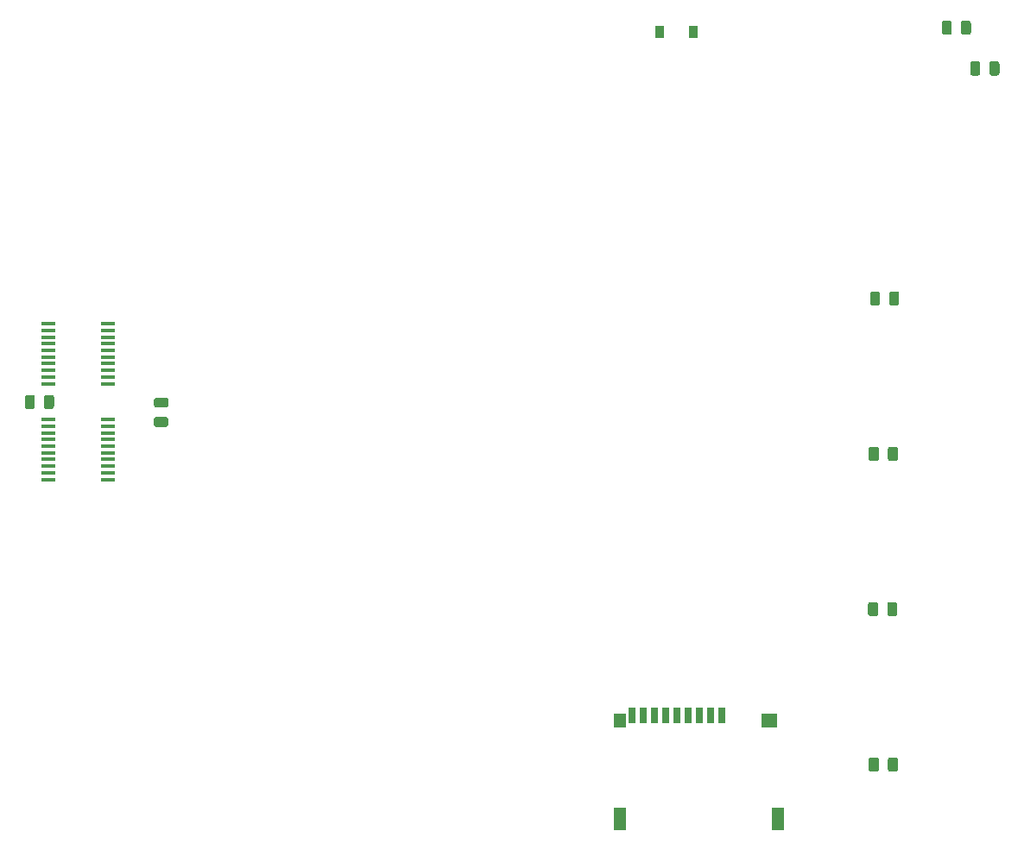
<source format=gbr>
G04 #@! TF.GenerationSoftware,KiCad,Pcbnew,5.1.5+dfsg1-2build2*
G04 #@! TF.CreationDate,2021-06-11T08:21:22+01:00*
G04 #@! TF.ProjectId,pak_breakout,70616b5f-6272-4656-916b-6f75742e6b69,rev?*
G04 #@! TF.SameCoordinates,Original*
G04 #@! TF.FileFunction,Paste,Top*
G04 #@! TF.FilePolarity,Positive*
%FSLAX46Y46*%
G04 Gerber Fmt 4.6, Leading zero omitted, Abs format (unit mm)*
G04 Created by KiCad (PCBNEW 5.1.5+dfsg1-2build2) date 2021-06-11 08:21:22*
%MOMM*%
%LPD*%
G04 APERTURE LIST*
%ADD10R,1.450000X0.450000*%
%ADD11C,0.100000*%
%ADD12R,0.900000X1.200000*%
%ADD13R,1.200000X2.200000*%
%ADD14R,1.600000X1.400000*%
%ADD15R,1.200000X1.400000*%
%ADD16R,0.700000X1.600000*%
G04 APERTURE END LIST*
D10*
X338150000Y-244325000D03*
X338150000Y-243675000D03*
X338150000Y-243025000D03*
X338150000Y-242375000D03*
X338150000Y-241725000D03*
X338150000Y-241075000D03*
X338150000Y-240425000D03*
X338150000Y-239775000D03*
X338150000Y-239125000D03*
X338150000Y-238475000D03*
X344050000Y-238475000D03*
X344050000Y-239125000D03*
X344050000Y-239775000D03*
X344050000Y-240425000D03*
X344050000Y-241075000D03*
X344050000Y-241725000D03*
X344050000Y-242375000D03*
X344050000Y-243025000D03*
X344050000Y-243675000D03*
X344050000Y-244325000D03*
X338150000Y-234925000D03*
X338150000Y-234275000D03*
X338150000Y-233625000D03*
X338150000Y-232975000D03*
X338150000Y-232325000D03*
X338150000Y-231675000D03*
X338150000Y-231025000D03*
X338150000Y-230375000D03*
X338150000Y-229725000D03*
X338150000Y-229075000D03*
X344050000Y-229075000D03*
X344050000Y-229725000D03*
X344050000Y-230375000D03*
X344050000Y-231025000D03*
X344050000Y-231675000D03*
X344050000Y-232325000D03*
X344050000Y-232975000D03*
X344050000Y-233625000D03*
X344050000Y-234275000D03*
X344050000Y-234925000D03*
D11*
G36*
X349730142Y-238195174D02*
G01*
X349753803Y-238198684D01*
X349777007Y-238204496D01*
X349799529Y-238212554D01*
X349821153Y-238222782D01*
X349841670Y-238235079D01*
X349860883Y-238249329D01*
X349878607Y-238265393D01*
X349894671Y-238283117D01*
X349908921Y-238302330D01*
X349921218Y-238322847D01*
X349931446Y-238344471D01*
X349939504Y-238366993D01*
X349945316Y-238390197D01*
X349948826Y-238413858D01*
X349950000Y-238437750D01*
X349950000Y-238925250D01*
X349948826Y-238949142D01*
X349945316Y-238972803D01*
X349939504Y-238996007D01*
X349931446Y-239018529D01*
X349921218Y-239040153D01*
X349908921Y-239060670D01*
X349894671Y-239079883D01*
X349878607Y-239097607D01*
X349860883Y-239113671D01*
X349841670Y-239127921D01*
X349821153Y-239140218D01*
X349799529Y-239150446D01*
X349777007Y-239158504D01*
X349753803Y-239164316D01*
X349730142Y-239167826D01*
X349706250Y-239169000D01*
X348793750Y-239169000D01*
X348769858Y-239167826D01*
X348746197Y-239164316D01*
X348722993Y-239158504D01*
X348700471Y-239150446D01*
X348678847Y-239140218D01*
X348658330Y-239127921D01*
X348639117Y-239113671D01*
X348621393Y-239097607D01*
X348605329Y-239079883D01*
X348591079Y-239060670D01*
X348578782Y-239040153D01*
X348568554Y-239018529D01*
X348560496Y-238996007D01*
X348554684Y-238972803D01*
X348551174Y-238949142D01*
X348550000Y-238925250D01*
X348550000Y-238437750D01*
X348551174Y-238413858D01*
X348554684Y-238390197D01*
X348560496Y-238366993D01*
X348568554Y-238344471D01*
X348578782Y-238322847D01*
X348591079Y-238302330D01*
X348605329Y-238283117D01*
X348621393Y-238265393D01*
X348639117Y-238249329D01*
X348658330Y-238235079D01*
X348678847Y-238222782D01*
X348700471Y-238212554D01*
X348722993Y-238204496D01*
X348746197Y-238198684D01*
X348769858Y-238195174D01*
X348793750Y-238194000D01*
X349706250Y-238194000D01*
X349730142Y-238195174D01*
G37*
G36*
X349730142Y-236320174D02*
G01*
X349753803Y-236323684D01*
X349777007Y-236329496D01*
X349799529Y-236337554D01*
X349821153Y-236347782D01*
X349841670Y-236360079D01*
X349860883Y-236374329D01*
X349878607Y-236390393D01*
X349894671Y-236408117D01*
X349908921Y-236427330D01*
X349921218Y-236447847D01*
X349931446Y-236469471D01*
X349939504Y-236491993D01*
X349945316Y-236515197D01*
X349948826Y-236538858D01*
X349950000Y-236562750D01*
X349950000Y-237050250D01*
X349948826Y-237074142D01*
X349945316Y-237097803D01*
X349939504Y-237121007D01*
X349931446Y-237143529D01*
X349921218Y-237165153D01*
X349908921Y-237185670D01*
X349894671Y-237204883D01*
X349878607Y-237222607D01*
X349860883Y-237238671D01*
X349841670Y-237252921D01*
X349821153Y-237265218D01*
X349799529Y-237275446D01*
X349777007Y-237283504D01*
X349753803Y-237289316D01*
X349730142Y-237292826D01*
X349706250Y-237294000D01*
X348793750Y-237294000D01*
X348769858Y-237292826D01*
X348746197Y-237289316D01*
X348722993Y-237283504D01*
X348700471Y-237275446D01*
X348678847Y-237265218D01*
X348658330Y-237252921D01*
X348639117Y-237238671D01*
X348621393Y-237222607D01*
X348605329Y-237204883D01*
X348591079Y-237185670D01*
X348578782Y-237165153D01*
X348568554Y-237143529D01*
X348560496Y-237121007D01*
X348554684Y-237097803D01*
X348551174Y-237074142D01*
X348550000Y-237050250D01*
X348550000Y-236562750D01*
X348551174Y-236538858D01*
X348554684Y-236515197D01*
X348560496Y-236491993D01*
X348568554Y-236469471D01*
X348578782Y-236447847D01*
X348591079Y-236427330D01*
X348605329Y-236408117D01*
X348621393Y-236390393D01*
X348639117Y-236374329D01*
X348658330Y-236360079D01*
X348678847Y-236347782D01*
X348700471Y-236337554D01*
X348722993Y-236329496D01*
X348746197Y-236323684D01*
X348769858Y-236320174D01*
X348793750Y-236319000D01*
X349706250Y-236319000D01*
X349730142Y-236320174D01*
G37*
G36*
X338517142Y-236029174D02*
G01*
X338540803Y-236032684D01*
X338564007Y-236038496D01*
X338586529Y-236046554D01*
X338608153Y-236056782D01*
X338628670Y-236069079D01*
X338647883Y-236083329D01*
X338665607Y-236099393D01*
X338681671Y-236117117D01*
X338695921Y-236136330D01*
X338708218Y-236156847D01*
X338718446Y-236178471D01*
X338726504Y-236200993D01*
X338732316Y-236224197D01*
X338735826Y-236247858D01*
X338737000Y-236271750D01*
X338737000Y-237184250D01*
X338735826Y-237208142D01*
X338732316Y-237231803D01*
X338726504Y-237255007D01*
X338718446Y-237277529D01*
X338708218Y-237299153D01*
X338695921Y-237319670D01*
X338681671Y-237338883D01*
X338665607Y-237356607D01*
X338647883Y-237372671D01*
X338628670Y-237386921D01*
X338608153Y-237399218D01*
X338586529Y-237409446D01*
X338564007Y-237417504D01*
X338540803Y-237423316D01*
X338517142Y-237426826D01*
X338493250Y-237428000D01*
X338005750Y-237428000D01*
X337981858Y-237426826D01*
X337958197Y-237423316D01*
X337934993Y-237417504D01*
X337912471Y-237409446D01*
X337890847Y-237399218D01*
X337870330Y-237386921D01*
X337851117Y-237372671D01*
X337833393Y-237356607D01*
X337817329Y-237338883D01*
X337803079Y-237319670D01*
X337790782Y-237299153D01*
X337780554Y-237277529D01*
X337772496Y-237255007D01*
X337766684Y-237231803D01*
X337763174Y-237208142D01*
X337762000Y-237184250D01*
X337762000Y-236271750D01*
X337763174Y-236247858D01*
X337766684Y-236224197D01*
X337772496Y-236200993D01*
X337780554Y-236178471D01*
X337790782Y-236156847D01*
X337803079Y-236136330D01*
X337817329Y-236117117D01*
X337833393Y-236099393D01*
X337851117Y-236083329D01*
X337870330Y-236069079D01*
X337890847Y-236056782D01*
X337912471Y-236046554D01*
X337934993Y-236038496D01*
X337958197Y-236032684D01*
X337981858Y-236029174D01*
X338005750Y-236028000D01*
X338493250Y-236028000D01*
X338517142Y-236029174D01*
G37*
G36*
X336642142Y-236029174D02*
G01*
X336665803Y-236032684D01*
X336689007Y-236038496D01*
X336711529Y-236046554D01*
X336733153Y-236056782D01*
X336753670Y-236069079D01*
X336772883Y-236083329D01*
X336790607Y-236099393D01*
X336806671Y-236117117D01*
X336820921Y-236136330D01*
X336833218Y-236156847D01*
X336843446Y-236178471D01*
X336851504Y-236200993D01*
X336857316Y-236224197D01*
X336860826Y-236247858D01*
X336862000Y-236271750D01*
X336862000Y-237184250D01*
X336860826Y-237208142D01*
X336857316Y-237231803D01*
X336851504Y-237255007D01*
X336843446Y-237277529D01*
X336833218Y-237299153D01*
X336820921Y-237319670D01*
X336806671Y-237338883D01*
X336790607Y-237356607D01*
X336772883Y-237372671D01*
X336753670Y-237386921D01*
X336733153Y-237399218D01*
X336711529Y-237409446D01*
X336689007Y-237417504D01*
X336665803Y-237423316D01*
X336642142Y-237426826D01*
X336618250Y-237428000D01*
X336130750Y-237428000D01*
X336106858Y-237426826D01*
X336083197Y-237423316D01*
X336059993Y-237417504D01*
X336037471Y-237409446D01*
X336015847Y-237399218D01*
X335995330Y-237386921D01*
X335976117Y-237372671D01*
X335958393Y-237356607D01*
X335942329Y-237338883D01*
X335928079Y-237319670D01*
X335915782Y-237299153D01*
X335905554Y-237277529D01*
X335897496Y-237255007D01*
X335891684Y-237231803D01*
X335888174Y-237208142D01*
X335887000Y-237184250D01*
X335887000Y-236271750D01*
X335888174Y-236247858D01*
X335891684Y-236224197D01*
X335897496Y-236200993D01*
X335905554Y-236178471D01*
X335915782Y-236156847D01*
X335928079Y-236136330D01*
X335942329Y-236117117D01*
X335958393Y-236099393D01*
X335976117Y-236083329D01*
X335995330Y-236069079D01*
X336015847Y-236056782D01*
X336037471Y-236046554D01*
X336059993Y-236038496D01*
X336083197Y-236032684D01*
X336106858Y-236029174D01*
X336130750Y-236028000D01*
X336618250Y-236028000D01*
X336642142Y-236029174D01*
G37*
D12*
X398146000Y-200406000D03*
X401446000Y-200406000D03*
D13*
X409750000Y-277600000D03*
X394250000Y-277600000D03*
D14*
X408850000Y-268000000D03*
D15*
X394250000Y-268000000D03*
D16*
X395400000Y-267500000D03*
X397600000Y-267500000D03*
X396500000Y-267500000D03*
X398700000Y-267500000D03*
X399800000Y-267500000D03*
X400900000Y-267500000D03*
X404200000Y-267500000D03*
X403100000Y-267500000D03*
X402000000Y-267500000D03*
D11*
G36*
X428433142Y-199301174D02*
G01*
X428456803Y-199304684D01*
X428480007Y-199310496D01*
X428502529Y-199318554D01*
X428524153Y-199328782D01*
X428544670Y-199341079D01*
X428563883Y-199355329D01*
X428581607Y-199371393D01*
X428597671Y-199389117D01*
X428611921Y-199408330D01*
X428624218Y-199428847D01*
X428634446Y-199450471D01*
X428642504Y-199472993D01*
X428648316Y-199496197D01*
X428651826Y-199519858D01*
X428653000Y-199543750D01*
X428653000Y-200456250D01*
X428651826Y-200480142D01*
X428648316Y-200503803D01*
X428642504Y-200527007D01*
X428634446Y-200549529D01*
X428624218Y-200571153D01*
X428611921Y-200591670D01*
X428597671Y-200610883D01*
X428581607Y-200628607D01*
X428563883Y-200644671D01*
X428544670Y-200658921D01*
X428524153Y-200671218D01*
X428502529Y-200681446D01*
X428480007Y-200689504D01*
X428456803Y-200695316D01*
X428433142Y-200698826D01*
X428409250Y-200700000D01*
X427921750Y-200700000D01*
X427897858Y-200698826D01*
X427874197Y-200695316D01*
X427850993Y-200689504D01*
X427828471Y-200681446D01*
X427806847Y-200671218D01*
X427786330Y-200658921D01*
X427767117Y-200644671D01*
X427749393Y-200628607D01*
X427733329Y-200610883D01*
X427719079Y-200591670D01*
X427706782Y-200571153D01*
X427696554Y-200549529D01*
X427688496Y-200527007D01*
X427682684Y-200503803D01*
X427679174Y-200480142D01*
X427678000Y-200456250D01*
X427678000Y-199543750D01*
X427679174Y-199519858D01*
X427682684Y-199496197D01*
X427688496Y-199472993D01*
X427696554Y-199450471D01*
X427706782Y-199428847D01*
X427719079Y-199408330D01*
X427733329Y-199389117D01*
X427749393Y-199371393D01*
X427767117Y-199355329D01*
X427786330Y-199341079D01*
X427806847Y-199328782D01*
X427828471Y-199318554D01*
X427850993Y-199310496D01*
X427874197Y-199304684D01*
X427897858Y-199301174D01*
X427921750Y-199300000D01*
X428409250Y-199300000D01*
X428433142Y-199301174D01*
G37*
G36*
X426558142Y-199301174D02*
G01*
X426581803Y-199304684D01*
X426605007Y-199310496D01*
X426627529Y-199318554D01*
X426649153Y-199328782D01*
X426669670Y-199341079D01*
X426688883Y-199355329D01*
X426706607Y-199371393D01*
X426722671Y-199389117D01*
X426736921Y-199408330D01*
X426749218Y-199428847D01*
X426759446Y-199450471D01*
X426767504Y-199472993D01*
X426773316Y-199496197D01*
X426776826Y-199519858D01*
X426778000Y-199543750D01*
X426778000Y-200456250D01*
X426776826Y-200480142D01*
X426773316Y-200503803D01*
X426767504Y-200527007D01*
X426759446Y-200549529D01*
X426749218Y-200571153D01*
X426736921Y-200591670D01*
X426722671Y-200610883D01*
X426706607Y-200628607D01*
X426688883Y-200644671D01*
X426669670Y-200658921D01*
X426649153Y-200671218D01*
X426627529Y-200681446D01*
X426605007Y-200689504D01*
X426581803Y-200695316D01*
X426558142Y-200698826D01*
X426534250Y-200700000D01*
X426046750Y-200700000D01*
X426022858Y-200698826D01*
X425999197Y-200695316D01*
X425975993Y-200689504D01*
X425953471Y-200681446D01*
X425931847Y-200671218D01*
X425911330Y-200658921D01*
X425892117Y-200644671D01*
X425874393Y-200628607D01*
X425858329Y-200610883D01*
X425844079Y-200591670D01*
X425831782Y-200571153D01*
X425821554Y-200549529D01*
X425813496Y-200527007D01*
X425807684Y-200503803D01*
X425804174Y-200480142D01*
X425803000Y-200456250D01*
X425803000Y-199543750D01*
X425804174Y-199519858D01*
X425807684Y-199496197D01*
X425813496Y-199472993D01*
X425821554Y-199450471D01*
X425831782Y-199428847D01*
X425844079Y-199408330D01*
X425858329Y-199389117D01*
X425874393Y-199371393D01*
X425892117Y-199355329D01*
X425911330Y-199341079D01*
X425931847Y-199328782D01*
X425953471Y-199318554D01*
X425975993Y-199310496D01*
X425999197Y-199304684D01*
X426022858Y-199301174D01*
X426046750Y-199300000D01*
X426534250Y-199300000D01*
X426558142Y-199301174D01*
G37*
G36*
X431227142Y-203301174D02*
G01*
X431250803Y-203304684D01*
X431274007Y-203310496D01*
X431296529Y-203318554D01*
X431318153Y-203328782D01*
X431338670Y-203341079D01*
X431357883Y-203355329D01*
X431375607Y-203371393D01*
X431391671Y-203389117D01*
X431405921Y-203408330D01*
X431418218Y-203428847D01*
X431428446Y-203450471D01*
X431436504Y-203472993D01*
X431442316Y-203496197D01*
X431445826Y-203519858D01*
X431447000Y-203543750D01*
X431447000Y-204456250D01*
X431445826Y-204480142D01*
X431442316Y-204503803D01*
X431436504Y-204527007D01*
X431428446Y-204549529D01*
X431418218Y-204571153D01*
X431405921Y-204591670D01*
X431391671Y-204610883D01*
X431375607Y-204628607D01*
X431357883Y-204644671D01*
X431338670Y-204658921D01*
X431318153Y-204671218D01*
X431296529Y-204681446D01*
X431274007Y-204689504D01*
X431250803Y-204695316D01*
X431227142Y-204698826D01*
X431203250Y-204700000D01*
X430715750Y-204700000D01*
X430691858Y-204698826D01*
X430668197Y-204695316D01*
X430644993Y-204689504D01*
X430622471Y-204681446D01*
X430600847Y-204671218D01*
X430580330Y-204658921D01*
X430561117Y-204644671D01*
X430543393Y-204628607D01*
X430527329Y-204610883D01*
X430513079Y-204591670D01*
X430500782Y-204571153D01*
X430490554Y-204549529D01*
X430482496Y-204527007D01*
X430476684Y-204503803D01*
X430473174Y-204480142D01*
X430472000Y-204456250D01*
X430472000Y-203543750D01*
X430473174Y-203519858D01*
X430476684Y-203496197D01*
X430482496Y-203472993D01*
X430490554Y-203450471D01*
X430500782Y-203428847D01*
X430513079Y-203408330D01*
X430527329Y-203389117D01*
X430543393Y-203371393D01*
X430561117Y-203355329D01*
X430580330Y-203341079D01*
X430600847Y-203328782D01*
X430622471Y-203318554D01*
X430644993Y-203310496D01*
X430668197Y-203304684D01*
X430691858Y-203301174D01*
X430715750Y-203300000D01*
X431203250Y-203300000D01*
X431227142Y-203301174D01*
G37*
G36*
X429352142Y-203301174D02*
G01*
X429375803Y-203304684D01*
X429399007Y-203310496D01*
X429421529Y-203318554D01*
X429443153Y-203328782D01*
X429463670Y-203341079D01*
X429482883Y-203355329D01*
X429500607Y-203371393D01*
X429516671Y-203389117D01*
X429530921Y-203408330D01*
X429543218Y-203428847D01*
X429553446Y-203450471D01*
X429561504Y-203472993D01*
X429567316Y-203496197D01*
X429570826Y-203519858D01*
X429572000Y-203543750D01*
X429572000Y-204456250D01*
X429570826Y-204480142D01*
X429567316Y-204503803D01*
X429561504Y-204527007D01*
X429553446Y-204549529D01*
X429543218Y-204571153D01*
X429530921Y-204591670D01*
X429516671Y-204610883D01*
X429500607Y-204628607D01*
X429482883Y-204644671D01*
X429463670Y-204658921D01*
X429443153Y-204671218D01*
X429421529Y-204681446D01*
X429399007Y-204689504D01*
X429375803Y-204695316D01*
X429352142Y-204698826D01*
X429328250Y-204700000D01*
X428840750Y-204700000D01*
X428816858Y-204698826D01*
X428793197Y-204695316D01*
X428769993Y-204689504D01*
X428747471Y-204681446D01*
X428725847Y-204671218D01*
X428705330Y-204658921D01*
X428686117Y-204644671D01*
X428668393Y-204628607D01*
X428652329Y-204610883D01*
X428638079Y-204591670D01*
X428625782Y-204571153D01*
X428615554Y-204549529D01*
X428607496Y-204527007D01*
X428601684Y-204503803D01*
X428598174Y-204480142D01*
X428597000Y-204456250D01*
X428597000Y-203543750D01*
X428598174Y-203519858D01*
X428601684Y-203496197D01*
X428607496Y-203472993D01*
X428615554Y-203450471D01*
X428625782Y-203428847D01*
X428638079Y-203408330D01*
X428652329Y-203389117D01*
X428668393Y-203371393D01*
X428686117Y-203355329D01*
X428705330Y-203341079D01*
X428725847Y-203328782D01*
X428747471Y-203318554D01*
X428769993Y-203310496D01*
X428793197Y-203304684D01*
X428816858Y-203301174D01*
X428840750Y-203300000D01*
X429328250Y-203300000D01*
X429352142Y-203301174D01*
G37*
G36*
X421267642Y-271589174D02*
G01*
X421291303Y-271592684D01*
X421314507Y-271598496D01*
X421337029Y-271606554D01*
X421358653Y-271616782D01*
X421379170Y-271629079D01*
X421398383Y-271643329D01*
X421416107Y-271659393D01*
X421432171Y-271677117D01*
X421446421Y-271696330D01*
X421458718Y-271716847D01*
X421468946Y-271738471D01*
X421477004Y-271760993D01*
X421482816Y-271784197D01*
X421486326Y-271807858D01*
X421487500Y-271831750D01*
X421487500Y-272744250D01*
X421486326Y-272768142D01*
X421482816Y-272791803D01*
X421477004Y-272815007D01*
X421468946Y-272837529D01*
X421458718Y-272859153D01*
X421446421Y-272879670D01*
X421432171Y-272898883D01*
X421416107Y-272916607D01*
X421398383Y-272932671D01*
X421379170Y-272946921D01*
X421358653Y-272959218D01*
X421337029Y-272969446D01*
X421314507Y-272977504D01*
X421291303Y-272983316D01*
X421267642Y-272986826D01*
X421243750Y-272988000D01*
X420756250Y-272988000D01*
X420732358Y-272986826D01*
X420708697Y-272983316D01*
X420685493Y-272977504D01*
X420662971Y-272969446D01*
X420641347Y-272959218D01*
X420620830Y-272946921D01*
X420601617Y-272932671D01*
X420583893Y-272916607D01*
X420567829Y-272898883D01*
X420553579Y-272879670D01*
X420541282Y-272859153D01*
X420531054Y-272837529D01*
X420522996Y-272815007D01*
X420517184Y-272791803D01*
X420513674Y-272768142D01*
X420512500Y-272744250D01*
X420512500Y-271831750D01*
X420513674Y-271807858D01*
X420517184Y-271784197D01*
X420522996Y-271760993D01*
X420531054Y-271738471D01*
X420541282Y-271716847D01*
X420553579Y-271696330D01*
X420567829Y-271677117D01*
X420583893Y-271659393D01*
X420601617Y-271643329D01*
X420620830Y-271629079D01*
X420641347Y-271616782D01*
X420662971Y-271606554D01*
X420685493Y-271598496D01*
X420708697Y-271592684D01*
X420732358Y-271589174D01*
X420756250Y-271588000D01*
X421243750Y-271588000D01*
X421267642Y-271589174D01*
G37*
G36*
X419392642Y-271589174D02*
G01*
X419416303Y-271592684D01*
X419439507Y-271598496D01*
X419462029Y-271606554D01*
X419483653Y-271616782D01*
X419504170Y-271629079D01*
X419523383Y-271643329D01*
X419541107Y-271659393D01*
X419557171Y-271677117D01*
X419571421Y-271696330D01*
X419583718Y-271716847D01*
X419593946Y-271738471D01*
X419602004Y-271760993D01*
X419607816Y-271784197D01*
X419611326Y-271807858D01*
X419612500Y-271831750D01*
X419612500Y-272744250D01*
X419611326Y-272768142D01*
X419607816Y-272791803D01*
X419602004Y-272815007D01*
X419593946Y-272837529D01*
X419583718Y-272859153D01*
X419571421Y-272879670D01*
X419557171Y-272898883D01*
X419541107Y-272916607D01*
X419523383Y-272932671D01*
X419504170Y-272946921D01*
X419483653Y-272959218D01*
X419462029Y-272969446D01*
X419439507Y-272977504D01*
X419416303Y-272983316D01*
X419392642Y-272986826D01*
X419368750Y-272988000D01*
X418881250Y-272988000D01*
X418857358Y-272986826D01*
X418833697Y-272983316D01*
X418810493Y-272977504D01*
X418787971Y-272969446D01*
X418766347Y-272959218D01*
X418745830Y-272946921D01*
X418726617Y-272932671D01*
X418708893Y-272916607D01*
X418692829Y-272898883D01*
X418678579Y-272879670D01*
X418666282Y-272859153D01*
X418656054Y-272837529D01*
X418647996Y-272815007D01*
X418642184Y-272791803D01*
X418638674Y-272768142D01*
X418637500Y-272744250D01*
X418637500Y-271831750D01*
X418638674Y-271807858D01*
X418642184Y-271784197D01*
X418647996Y-271760993D01*
X418656054Y-271738471D01*
X418666282Y-271716847D01*
X418678579Y-271696330D01*
X418692829Y-271677117D01*
X418708893Y-271659393D01*
X418726617Y-271643329D01*
X418745830Y-271629079D01*
X418766347Y-271616782D01*
X418787971Y-271606554D01*
X418810493Y-271598496D01*
X418833697Y-271592684D01*
X418857358Y-271589174D01*
X418881250Y-271588000D01*
X419368750Y-271588000D01*
X419392642Y-271589174D01*
G37*
G36*
X421205142Y-256349174D02*
G01*
X421228803Y-256352684D01*
X421252007Y-256358496D01*
X421274529Y-256366554D01*
X421296153Y-256376782D01*
X421316670Y-256389079D01*
X421335883Y-256403329D01*
X421353607Y-256419393D01*
X421369671Y-256437117D01*
X421383921Y-256456330D01*
X421396218Y-256476847D01*
X421406446Y-256498471D01*
X421414504Y-256520993D01*
X421420316Y-256544197D01*
X421423826Y-256567858D01*
X421425000Y-256591750D01*
X421425000Y-257504250D01*
X421423826Y-257528142D01*
X421420316Y-257551803D01*
X421414504Y-257575007D01*
X421406446Y-257597529D01*
X421396218Y-257619153D01*
X421383921Y-257639670D01*
X421369671Y-257658883D01*
X421353607Y-257676607D01*
X421335883Y-257692671D01*
X421316670Y-257706921D01*
X421296153Y-257719218D01*
X421274529Y-257729446D01*
X421252007Y-257737504D01*
X421228803Y-257743316D01*
X421205142Y-257746826D01*
X421181250Y-257748000D01*
X420693750Y-257748000D01*
X420669858Y-257746826D01*
X420646197Y-257743316D01*
X420622993Y-257737504D01*
X420600471Y-257729446D01*
X420578847Y-257719218D01*
X420558330Y-257706921D01*
X420539117Y-257692671D01*
X420521393Y-257676607D01*
X420505329Y-257658883D01*
X420491079Y-257639670D01*
X420478782Y-257619153D01*
X420468554Y-257597529D01*
X420460496Y-257575007D01*
X420454684Y-257551803D01*
X420451174Y-257528142D01*
X420450000Y-257504250D01*
X420450000Y-256591750D01*
X420451174Y-256567858D01*
X420454684Y-256544197D01*
X420460496Y-256520993D01*
X420468554Y-256498471D01*
X420478782Y-256476847D01*
X420491079Y-256456330D01*
X420505329Y-256437117D01*
X420521393Y-256419393D01*
X420539117Y-256403329D01*
X420558330Y-256389079D01*
X420578847Y-256376782D01*
X420600471Y-256366554D01*
X420622993Y-256358496D01*
X420646197Y-256352684D01*
X420669858Y-256349174D01*
X420693750Y-256348000D01*
X421181250Y-256348000D01*
X421205142Y-256349174D01*
G37*
G36*
X419330142Y-256349174D02*
G01*
X419353803Y-256352684D01*
X419377007Y-256358496D01*
X419399529Y-256366554D01*
X419421153Y-256376782D01*
X419441670Y-256389079D01*
X419460883Y-256403329D01*
X419478607Y-256419393D01*
X419494671Y-256437117D01*
X419508921Y-256456330D01*
X419521218Y-256476847D01*
X419531446Y-256498471D01*
X419539504Y-256520993D01*
X419545316Y-256544197D01*
X419548826Y-256567858D01*
X419550000Y-256591750D01*
X419550000Y-257504250D01*
X419548826Y-257528142D01*
X419545316Y-257551803D01*
X419539504Y-257575007D01*
X419531446Y-257597529D01*
X419521218Y-257619153D01*
X419508921Y-257639670D01*
X419494671Y-257658883D01*
X419478607Y-257676607D01*
X419460883Y-257692671D01*
X419441670Y-257706921D01*
X419421153Y-257719218D01*
X419399529Y-257729446D01*
X419377007Y-257737504D01*
X419353803Y-257743316D01*
X419330142Y-257746826D01*
X419306250Y-257748000D01*
X418818750Y-257748000D01*
X418794858Y-257746826D01*
X418771197Y-257743316D01*
X418747993Y-257737504D01*
X418725471Y-257729446D01*
X418703847Y-257719218D01*
X418683330Y-257706921D01*
X418664117Y-257692671D01*
X418646393Y-257676607D01*
X418630329Y-257658883D01*
X418616079Y-257639670D01*
X418603782Y-257619153D01*
X418593554Y-257597529D01*
X418585496Y-257575007D01*
X418579684Y-257551803D01*
X418576174Y-257528142D01*
X418575000Y-257504250D01*
X418575000Y-256591750D01*
X418576174Y-256567858D01*
X418579684Y-256544197D01*
X418585496Y-256520993D01*
X418593554Y-256498471D01*
X418603782Y-256476847D01*
X418616079Y-256456330D01*
X418630329Y-256437117D01*
X418646393Y-256419393D01*
X418664117Y-256403329D01*
X418683330Y-256389079D01*
X418703847Y-256376782D01*
X418725471Y-256366554D01*
X418747993Y-256358496D01*
X418771197Y-256352684D01*
X418794858Y-256349174D01*
X418818750Y-256348000D01*
X419306250Y-256348000D01*
X419330142Y-256349174D01*
G37*
G36*
X421267642Y-241109174D02*
G01*
X421291303Y-241112684D01*
X421314507Y-241118496D01*
X421337029Y-241126554D01*
X421358653Y-241136782D01*
X421379170Y-241149079D01*
X421398383Y-241163329D01*
X421416107Y-241179393D01*
X421432171Y-241197117D01*
X421446421Y-241216330D01*
X421458718Y-241236847D01*
X421468946Y-241258471D01*
X421477004Y-241280993D01*
X421482816Y-241304197D01*
X421486326Y-241327858D01*
X421487500Y-241351750D01*
X421487500Y-242264250D01*
X421486326Y-242288142D01*
X421482816Y-242311803D01*
X421477004Y-242335007D01*
X421468946Y-242357529D01*
X421458718Y-242379153D01*
X421446421Y-242399670D01*
X421432171Y-242418883D01*
X421416107Y-242436607D01*
X421398383Y-242452671D01*
X421379170Y-242466921D01*
X421358653Y-242479218D01*
X421337029Y-242489446D01*
X421314507Y-242497504D01*
X421291303Y-242503316D01*
X421267642Y-242506826D01*
X421243750Y-242508000D01*
X420756250Y-242508000D01*
X420732358Y-242506826D01*
X420708697Y-242503316D01*
X420685493Y-242497504D01*
X420662971Y-242489446D01*
X420641347Y-242479218D01*
X420620830Y-242466921D01*
X420601617Y-242452671D01*
X420583893Y-242436607D01*
X420567829Y-242418883D01*
X420553579Y-242399670D01*
X420541282Y-242379153D01*
X420531054Y-242357529D01*
X420522996Y-242335007D01*
X420517184Y-242311803D01*
X420513674Y-242288142D01*
X420512500Y-242264250D01*
X420512500Y-241351750D01*
X420513674Y-241327858D01*
X420517184Y-241304197D01*
X420522996Y-241280993D01*
X420531054Y-241258471D01*
X420541282Y-241236847D01*
X420553579Y-241216330D01*
X420567829Y-241197117D01*
X420583893Y-241179393D01*
X420601617Y-241163329D01*
X420620830Y-241149079D01*
X420641347Y-241136782D01*
X420662971Y-241126554D01*
X420685493Y-241118496D01*
X420708697Y-241112684D01*
X420732358Y-241109174D01*
X420756250Y-241108000D01*
X421243750Y-241108000D01*
X421267642Y-241109174D01*
G37*
G36*
X419392642Y-241109174D02*
G01*
X419416303Y-241112684D01*
X419439507Y-241118496D01*
X419462029Y-241126554D01*
X419483653Y-241136782D01*
X419504170Y-241149079D01*
X419523383Y-241163329D01*
X419541107Y-241179393D01*
X419557171Y-241197117D01*
X419571421Y-241216330D01*
X419583718Y-241236847D01*
X419593946Y-241258471D01*
X419602004Y-241280993D01*
X419607816Y-241304197D01*
X419611326Y-241327858D01*
X419612500Y-241351750D01*
X419612500Y-242264250D01*
X419611326Y-242288142D01*
X419607816Y-242311803D01*
X419602004Y-242335007D01*
X419593946Y-242357529D01*
X419583718Y-242379153D01*
X419571421Y-242399670D01*
X419557171Y-242418883D01*
X419541107Y-242436607D01*
X419523383Y-242452671D01*
X419504170Y-242466921D01*
X419483653Y-242479218D01*
X419462029Y-242489446D01*
X419439507Y-242497504D01*
X419416303Y-242503316D01*
X419392642Y-242506826D01*
X419368750Y-242508000D01*
X418881250Y-242508000D01*
X418857358Y-242506826D01*
X418833697Y-242503316D01*
X418810493Y-242497504D01*
X418787971Y-242489446D01*
X418766347Y-242479218D01*
X418745830Y-242466921D01*
X418726617Y-242452671D01*
X418708893Y-242436607D01*
X418692829Y-242418883D01*
X418678579Y-242399670D01*
X418666282Y-242379153D01*
X418656054Y-242357529D01*
X418647996Y-242335007D01*
X418642184Y-242311803D01*
X418638674Y-242288142D01*
X418637500Y-242264250D01*
X418637500Y-241351750D01*
X418638674Y-241327858D01*
X418642184Y-241304197D01*
X418647996Y-241280993D01*
X418656054Y-241258471D01*
X418666282Y-241236847D01*
X418678579Y-241216330D01*
X418692829Y-241197117D01*
X418708893Y-241179393D01*
X418726617Y-241163329D01*
X418745830Y-241149079D01*
X418766347Y-241136782D01*
X418787971Y-241126554D01*
X418810493Y-241118496D01*
X418833697Y-241112684D01*
X418857358Y-241109174D01*
X418881250Y-241108000D01*
X419368750Y-241108000D01*
X419392642Y-241109174D01*
G37*
G36*
X421399642Y-225869174D02*
G01*
X421423303Y-225872684D01*
X421446507Y-225878496D01*
X421469029Y-225886554D01*
X421490653Y-225896782D01*
X421511170Y-225909079D01*
X421530383Y-225923329D01*
X421548107Y-225939393D01*
X421564171Y-225957117D01*
X421578421Y-225976330D01*
X421590718Y-225996847D01*
X421600946Y-226018471D01*
X421609004Y-226040993D01*
X421614816Y-226064197D01*
X421618326Y-226087858D01*
X421619500Y-226111750D01*
X421619500Y-227024250D01*
X421618326Y-227048142D01*
X421614816Y-227071803D01*
X421609004Y-227095007D01*
X421600946Y-227117529D01*
X421590718Y-227139153D01*
X421578421Y-227159670D01*
X421564171Y-227178883D01*
X421548107Y-227196607D01*
X421530383Y-227212671D01*
X421511170Y-227226921D01*
X421490653Y-227239218D01*
X421469029Y-227249446D01*
X421446507Y-227257504D01*
X421423303Y-227263316D01*
X421399642Y-227266826D01*
X421375750Y-227268000D01*
X420888250Y-227268000D01*
X420864358Y-227266826D01*
X420840697Y-227263316D01*
X420817493Y-227257504D01*
X420794971Y-227249446D01*
X420773347Y-227239218D01*
X420752830Y-227226921D01*
X420733617Y-227212671D01*
X420715893Y-227196607D01*
X420699829Y-227178883D01*
X420685579Y-227159670D01*
X420673282Y-227139153D01*
X420663054Y-227117529D01*
X420654996Y-227095007D01*
X420649184Y-227071803D01*
X420645674Y-227048142D01*
X420644500Y-227024250D01*
X420644500Y-226111750D01*
X420645674Y-226087858D01*
X420649184Y-226064197D01*
X420654996Y-226040993D01*
X420663054Y-226018471D01*
X420673282Y-225996847D01*
X420685579Y-225976330D01*
X420699829Y-225957117D01*
X420715893Y-225939393D01*
X420733617Y-225923329D01*
X420752830Y-225909079D01*
X420773347Y-225896782D01*
X420794971Y-225886554D01*
X420817493Y-225878496D01*
X420840697Y-225872684D01*
X420864358Y-225869174D01*
X420888250Y-225868000D01*
X421375750Y-225868000D01*
X421399642Y-225869174D01*
G37*
G36*
X419524642Y-225869174D02*
G01*
X419548303Y-225872684D01*
X419571507Y-225878496D01*
X419594029Y-225886554D01*
X419615653Y-225896782D01*
X419636170Y-225909079D01*
X419655383Y-225923329D01*
X419673107Y-225939393D01*
X419689171Y-225957117D01*
X419703421Y-225976330D01*
X419715718Y-225996847D01*
X419725946Y-226018471D01*
X419734004Y-226040993D01*
X419739816Y-226064197D01*
X419743326Y-226087858D01*
X419744500Y-226111750D01*
X419744500Y-227024250D01*
X419743326Y-227048142D01*
X419739816Y-227071803D01*
X419734004Y-227095007D01*
X419725946Y-227117529D01*
X419715718Y-227139153D01*
X419703421Y-227159670D01*
X419689171Y-227178883D01*
X419673107Y-227196607D01*
X419655383Y-227212671D01*
X419636170Y-227226921D01*
X419615653Y-227239218D01*
X419594029Y-227249446D01*
X419571507Y-227257504D01*
X419548303Y-227263316D01*
X419524642Y-227266826D01*
X419500750Y-227268000D01*
X419013250Y-227268000D01*
X418989358Y-227266826D01*
X418965697Y-227263316D01*
X418942493Y-227257504D01*
X418919971Y-227249446D01*
X418898347Y-227239218D01*
X418877830Y-227226921D01*
X418858617Y-227212671D01*
X418840893Y-227196607D01*
X418824829Y-227178883D01*
X418810579Y-227159670D01*
X418798282Y-227139153D01*
X418788054Y-227117529D01*
X418779996Y-227095007D01*
X418774184Y-227071803D01*
X418770674Y-227048142D01*
X418769500Y-227024250D01*
X418769500Y-226111750D01*
X418770674Y-226087858D01*
X418774184Y-226064197D01*
X418779996Y-226040993D01*
X418788054Y-226018471D01*
X418798282Y-225996847D01*
X418810579Y-225976330D01*
X418824829Y-225957117D01*
X418840893Y-225939393D01*
X418858617Y-225923329D01*
X418877830Y-225909079D01*
X418898347Y-225896782D01*
X418919971Y-225886554D01*
X418942493Y-225878496D01*
X418965697Y-225872684D01*
X418989358Y-225869174D01*
X419013250Y-225868000D01*
X419500750Y-225868000D01*
X419524642Y-225869174D01*
G37*
M02*

</source>
